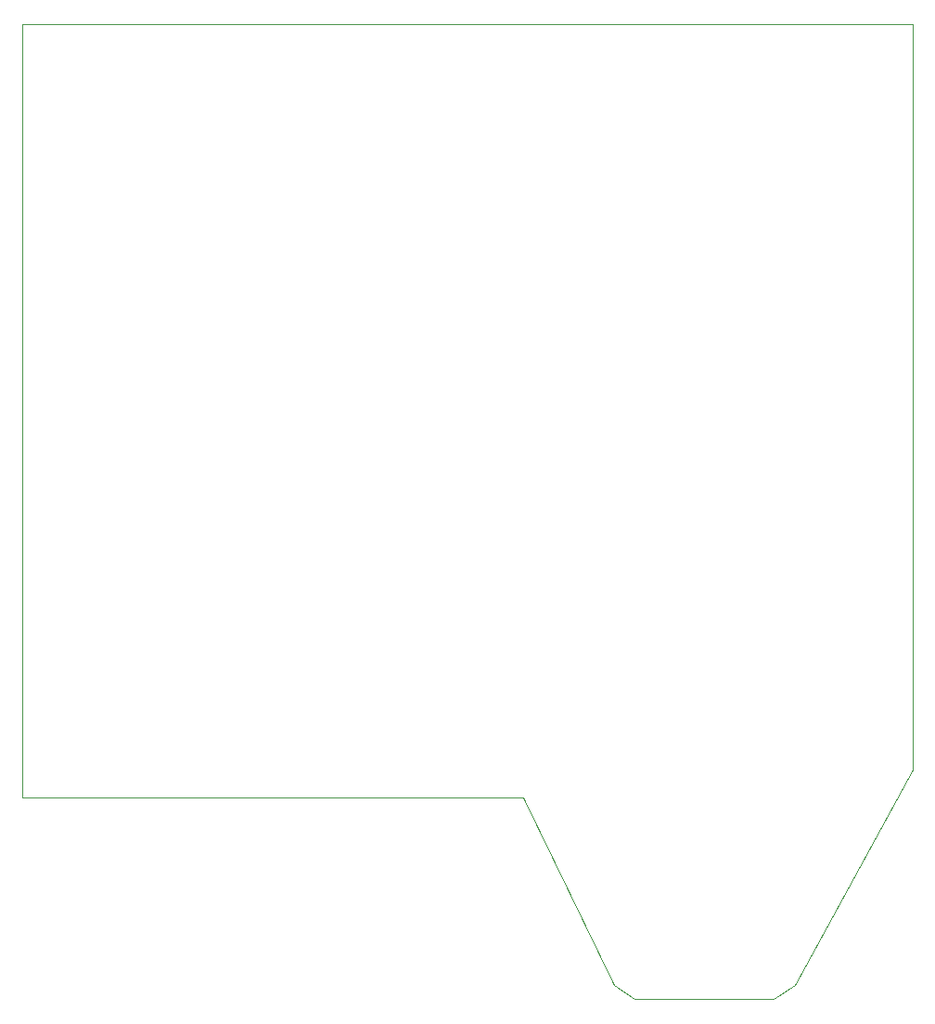
<source format=gbr>
G04 #@! TF.GenerationSoftware,KiCad,Pcbnew,(5.1.2)-1*
G04 #@! TF.CreationDate,2019-09-21T18:25:19-04:00*
G04 #@! TF.ProjectId,VAP_thermal_control,5641505f-7468-4657-926d-616c5f636f6e,rev?*
G04 #@! TF.SameCoordinates,Original*
G04 #@! TF.FileFunction,Profile,NP*
%FSLAX46Y46*%
G04 Gerber Fmt 4.6, Leading zero omitted, Abs format (unit mm)*
G04 Created by KiCad (PCBNEW (5.1.2)-1) date 2019-09-21 18:25:19*
%MOMM*%
%LPD*%
G04 APERTURE LIST*
%ADD10C,0.050000*%
G04 APERTURE END LIST*
D10*
X111760000Y-59055000D02*
X111760000Y-68580000D01*
X30480000Y-59055000D02*
X111760000Y-59055000D01*
X30480000Y-86360000D02*
X30480000Y-59055000D01*
X30480000Y-129540000D02*
X30480000Y-111760000D01*
X60960000Y-129540000D02*
X30480000Y-129540000D01*
X111760000Y-127000000D02*
X100965000Y-146685000D01*
X111760000Y-68580000D02*
X111760000Y-127000000D01*
X99060000Y-147955000D02*
X100965000Y-146685000D01*
X86360000Y-147955000D02*
X99060000Y-147955000D01*
X84455000Y-146685000D02*
X86360000Y-147955000D01*
X76200000Y-129540000D02*
X84455000Y-146685000D01*
X60960000Y-129540000D02*
X76200000Y-129540000D01*
X30480000Y-86360000D02*
X30480000Y-111760000D01*
M02*

</source>
